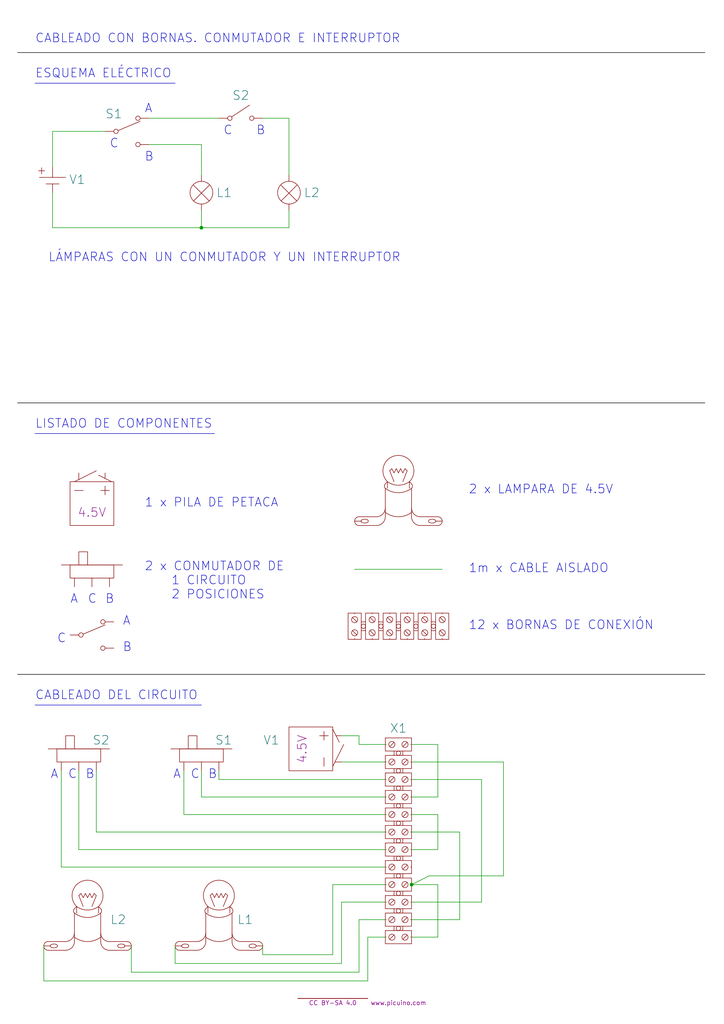
<source format=kicad_sch>
(kicad_sch (version 20211123) (generator eeschema)
  (paper "A4" portrait)
  (title_block (title "CABLEADO CON BORNAS. CONMUTADOR") (date "18/09/2021") (company "www.picuino.com") (comment 1 "Copyright (c) 2021 by Carlos Pardo") (comment 2 "License CC BY-SA 4.0"))
  (lib_symbols
    (symbol "simbolos:CopyRight" (pin_names (offset 1.016))
      (property "License" "CC BY-SA 4.0" (at -1.27 -1.27 0))
      (property "Web" "www.picuino.com" (at 0 -1.27 0))
      (symbol "CopyRight_0_1"
        (polyline (pts (xy -10.16 0) (xy 10.16 0)) (stroke (width 0.2032)))
      )
    )
    (symbol "simbolos:Pila" (pin_names (offset 1.016))
      (property "Reference" "V" (at 5.08 -4.445 0))
      (symbol "Pila_0_1"
        (polyline (pts (xy -4.064 -1.27) (xy -2.286 -1.27)))
        (polyline (pts (xy -3.81 -3.175) (xy 3.81 -3.175)))
        (polyline (pts (xy -3.175 -0.381) (xy -3.175 -2.159)))
        (polyline (pts (xy -1.905 -5.08) (xy 1.905 -5.08)))
      )
      (symbol "Pila_1_1"
        (pin input line (at 0 -7.62 90) (length 2.54) (name "") (number ""))
        (pin input line (at 0 0 270) (length 3.175) (name "") (number ""))
      )
    )
    (symbol "simbolos:borna_12x2" (pin_names (offset 1.016))
      (property "Reference" "X" (at 3.81 3.81 0))
      (symbol "borna_12x2_0_1"
        (rectangle (start 0 -53.975) (end 7.62 -57.785))
        (rectangle (start 0 -48.895) (end 7.62 -52.705))
        (rectangle (start 0 -43.815) (end 7.62 -47.625))
        (rectangle (start 0 -38.735) (end 7.62 -42.545))
        (rectangle (start 0 -33.655) (end 7.62 -37.465))
        (rectangle (start 0 -28.575) (end 7.62 -32.385))
        (rectangle (start 0 -23.495) (end 7.62 -27.305))
        (rectangle (start 0 -18.415) (end 7.62 -22.225))
        (rectangle (start 0 -13.335) (end 7.62 -17.145))
        (rectangle (start 0 -8.255) (end 7.62 -12.065))
        (rectangle (start 0 -3.175) (end 7.62 -6.985))
        (polyline (pts (xy 1.27 -56.515) (xy 2.54 -55.245)))
        (polyline (pts (xy 1.27 -51.435) (xy 2.54 -50.165)))
        (polyline (pts (xy 1.27 -46.355) (xy 2.54 -45.085)))
        (polyline (pts (xy 1.27 -41.275) (xy 2.54 -40.005)))
        (polyline (pts (xy 1.27 -36.195) (xy 2.54 -34.925)))
        (polyline (pts (xy 1.27 -31.115) (xy 2.54 -29.845)))
        (polyline (pts (xy 1.27 -26.035) (xy 2.54 -24.765)))
        (polyline (pts (xy 1.27 -20.955) (xy 2.54 -19.685)))
        (polyline (pts (xy 1.27 -15.875) (xy 2.54 -14.605)))
        (polyline (pts (xy 1.27 -10.795) (xy 2.54 -9.525)))
        (polyline (pts (xy 1.27 -5.715) (xy 2.54 -4.445)))
        (polyline (pts (xy 1.27 -0.635) (xy 2.54 0.635)))
        (polyline (pts (xy 2.54 -53.975) (xy 2.54 -52.705)))
        (polyline (pts (xy 2.54 -48.895) (xy 2.54 -47.625)))
        (polyline (pts (xy 2.54 -43.815) (xy 2.54 -42.545)))
        (polyline (pts (xy 2.54 -38.735) (xy 2.54 -37.465)))
        (polyline (pts (xy 2.54 -33.655) (xy 2.54 -32.385)))
        (polyline (pts (xy 2.54 -28.575) (xy 2.54 -27.305)))
        (polyline (pts (xy 2.54 -23.495) (xy 2.54 -22.225)))
        (polyline (pts (xy 2.54 -18.415) (xy 2.54 -17.145)))
        (polyline (pts (xy 2.54 -13.335) (xy 2.54 -12.065)))
        (polyline (pts (xy 2.54 -8.255) (xy 2.54 -6.985)))
        (polyline (pts (xy 2.54 -3.175) (xy 2.54 -1.905)))
        (polyline (pts (xy 5.08 -56.515) (xy 6.35 -55.245)))
        (polyline (pts (xy 5.08 -53.975) (xy 5.08 -52.705)))
        (polyline (pts (xy 5.08 -51.435) (xy 6.35 -50.165)))
        (polyline (pts (xy 5.08 -48.895) (xy 5.08 -47.625)))
        (polyline (pts (xy 5.08 -46.355) (xy 6.35 -45.085)))
        (polyline (pts (xy 5.08 -43.815) (xy 5.08 -42.545)))
        (polyline (pts (xy 5.08 -41.275) (xy 6.35 -40.005)))
        (polyline (pts (xy 5.08 -38.735) (xy 5.08 -37.465)))
        (polyline (pts (xy 5.08 -36.195) (xy 6.35 -34.925)))
        (polyline (pts (xy 5.08 -33.655) (xy 5.08 -32.385)))
        (polyline (pts (xy 5.08 -31.115) (xy 6.35 -29.845)))
        (polyline (pts (xy 5.08 -28.575) (xy 5.08 -27.305)))
        (polyline (pts (xy 5.08 -26.035) (xy 6.35 -24.765)))
        (polyline (pts (xy 5.08 -23.495) (xy 5.08 -22.225)))
        (polyline (pts (xy 5.08 -20.955) (xy 6.35 -19.685)))
        (polyline (pts (xy 5.08 -18.415) (xy 5.08 -17.145)))
        (polyline (pts (xy 5.08 -15.875) (xy 6.35 -14.605)))
        (polyline (pts (xy 5.08 -13.335) (xy 5.08 -12.065)))
        (polyline (pts (xy 5.08 -10.795) (xy 6.35 -9.525)))
        (polyline (pts (xy 5.08 -8.255) (xy 5.08 -6.985)))
        (polyline (pts (xy 5.08 -5.715) (xy 6.35 -4.445)))
        (polyline (pts (xy 5.08 -3.175) (xy 5.08 -1.905)))
        (polyline (pts (xy 5.08 -0.635) (xy 6.35 0.635)))
        (rectangle (start 0 1.905) (end 7.62 -1.905))
        (circle (center 1.905 -55.88) (radius 0.889))
        (circle (center 1.905 -50.8) (radius 0.889))
        (circle (center 1.905 -45.72) (radius 0.889))
        (circle (center 1.905 -40.64) (radius 0.889))
        (circle (center 1.905 -35.56) (radius 0.889))
        (circle (center 1.905 -30.48) (radius 0.889))
        (circle (center 1.905 -25.4) (radius 0.889))
        (circle (center 1.905 -20.32) (radius 0.889))
        (circle (center 1.905 -15.24) (radius 0.889))
        (circle (center 1.905 -10.16) (radius 0.889))
        (circle (center 1.905 -5.08) (radius 0.889))
        (circle (center 1.905 0) (radius 0.889))
        (circle (center 3.81 -53.34) (radius 0.635))
        (circle (center 3.81 -48.26) (radius 0.635))
        (circle (center 3.81 -43.18) (radius 0.635))
        (circle (center 3.81 -38.1) (radius 0.635))
        (circle (center 3.81 -33.02) (radius 0.635))
        (circle (center 3.81 -27.94) (radius 0.635))
        (circle (center 3.81 -22.86) (radius 0.635))
        (circle (center 3.81 -17.78) (radius 0.635))
        (circle (center 3.81 -12.7) (radius 0.635))
        (circle (center 3.81 -7.62) (radius 0.635))
        (circle (center 3.81 -2.54) (radius 0.635))
        (circle (center 5.715 -55.88) (radius 0.889))
        (circle (center 5.715 -50.8) (radius 0.889))
        (circle (center 5.715 -45.72) (radius 0.889))
        (circle (center 5.715 -40.64) (radius 0.889))
        (circle (center 5.715 -35.56) (radius 0.889))
        (circle (center 5.715 -30.48) (radius 0.889))
        (circle (center 5.715 -25.4) (radius 0.889))
        (circle (center 5.715 -20.32) (radius 0.889))
        (circle (center 5.715 -15.24) (radius 0.889))
        (circle (center 5.715 -10.16) (radius 0.889))
        (circle (center 5.715 -5.08) (radius 0.889))
        (circle (center 5.715 0) (radius 0.889))
      )
      (symbol "borna_12x2_1_1"
        (pin input line (at 0 -55.88 0) (length 0.254) (name "") (number ""))
        (pin input line (at 0 -50.8 0) (length 0.254) (name "") (number ""))
        (pin input line (at 0 -45.72 0) (length 0.254) (name "") (number ""))
        (pin input line (at 0 -40.64 0) (length 0.254) (name "") (number ""))
        (pin input line (at 0 -35.56 0) (length 0.254) (name "") (number ""))
        (pin input line (at 0 -30.48 0) (length 0.254) (name "") (number ""))
        (pin input line (at 0 -25.4 0) (length 0.254) (name "") (number ""))
        (pin input line (at 0 -20.32 0) (length 0.254) (name "") (number ""))
        (pin input line (at 0 -15.24 0) (length 0.254) (name "") (number ""))
        (pin input line (at 0 -10.16 0) (length 0.254) (name "") (number ""))
        (pin input line (at 0 -5.08 0) (length 0.254) (name "") (number ""))
        (pin input line (at 0 0 0) (length 0.254) (name "") (number ""))
        (pin input line (at 7.62 -55.88 180) (length 0.254) (name "") (number ""))
        (pin input line (at 7.62 -50.8 180) (length 0.254) (name "") (number ""))
        (pin input line (at 7.62 -45.72 180) (length 0.254) (name "") (number ""))
        (pin input line (at 7.62 -40.64 180) (length 0.254) (name "") (number ""))
        (pin input line (at 7.62 -35.56 180) (length 0.254) (name "") (number ""))
        (pin input line (at 7.62 -30.48 180) (length 0.254) (name "") (number ""))
        (pin input line (at 7.62 -25.4 180) (length 0.254) (name "") (number ""))
        (pin input line (at 7.62 -20.32 180) (length 0.254) (name "") (number ""))
        (pin input line (at 7.62 -15.24 180) (length 0.254) (name "") (number ""))
        (pin input line (at 7.62 -10.16 180) (length 0.254) (name "") (number ""))
        (pin input line (at 7.62 -5.08 180) (length 0.254) (name "") (number ""))
        (pin input line (at 7.62 0 180) (length 0.254) (name "") (number ""))
      )
    )
    (symbol "simbolos:borna_6x2" (pin_names (offset 1.016))
      (property "Reference" "X" (at 3.81 3.81 0))
      (symbol "borna_6x2_0_1"
        (rectangle (start 0 -23.495) (end 7.62 -27.305))
        (rectangle (start 0 -18.415) (end 7.62 -22.225))
        (rectangle (start 0 -13.335) (end 7.62 -17.145))
        (rectangle (start 0 -8.255) (end 7.62 -12.065))
        (rectangle (start 0 -3.175) (end 7.62 -6.985))
        (polyline (pts (xy 1.27 -26.035) (xy 2.54 -24.765)))
        (polyline (pts (xy 1.27 -20.955) (xy 2.54 -19.685)))
        (polyline (pts (xy 1.27 -15.875) (xy 2.54 -14.605)))
        (polyline (pts (xy 1.27 -10.795) (xy 2.54 -9.525)))
        (polyline (pts (xy 1.27 -5.715) (xy 2.54 -4.445)))
        (polyline (pts (xy 1.27 -0.635) (xy 2.54 0.635)))
        (polyline (pts (xy 2.54 -23.495) (xy 2.54 -22.225)))
        (polyline (pts (xy 2.54 -18.415) (xy 2.54 -17.145)))
        (polyline (pts (xy 2.54 -13.335) (xy 2.54 -12.065)))
        (polyline (pts (xy 2.54 -8.255) (xy 2.54 -6.985)))
        (polyline (pts (xy 2.54 -3.175) (xy 2.54 -1.905)))
        (polyline (pts (xy 5.08 -26.035) (xy 6.35 -24.765)))
        (polyline (pts (xy 5.08 -23.495) (xy 5.08 -22.225)))
        (polyline (pts (xy 5.08 -20.955) (xy 6.35 -19.685)))
        (polyline (pts (xy 5.08 -18.415) (xy 5.08 -17.145)))
        (polyline (pts (xy 5.08 -15.875) (xy 6.35 -14.605)))
        (polyline (pts (xy 5.08 -13.335) (xy 5.08 -12.065)))
        (polyline (pts (xy 5.08 -10.795) (xy 6.35 -9.525)))
        (polyline (pts (xy 5.08 -8.255) (xy 5.08 -6.985)))
        (polyline (pts (xy 5.08 -5.715) (xy 6.35 -4.445)))
        (polyline (pts (xy 5.08 -3.175) (xy 5.08 -1.905)))
        (polyline (pts (xy 5.08 -0.635) (xy 6.35 0.635)))
        (rectangle (start 0 1.905) (end 7.62 -1.905))
        (circle (center 1.905 -25.4) (radius 0.889))
        (circle (center 1.905 -20.32) (radius 0.889))
        (circle (center 1.905 -15.24) (radius 0.889))
        (circle (center 1.905 -10.16) (radius 0.889))
        (circle (center 1.905 -5.08) (radius 0.889))
        (circle (center 1.905 0) (radius 0.889))
        (circle (center 3.81 -22.86) (radius 0.635))
        (circle (center 3.81 -17.78) (radius 0.635))
        (circle (center 3.81 -12.7) (radius 0.635))
        (circle (center 3.81 -7.62) (radius 0.635))
        (circle (center 3.81 -2.54) (radius 0.635))
        (circle (center 5.715 -25.4) (radius 0.889))
        (circle (center 5.715 -20.32) (radius 0.889))
        (circle (center 5.715 -15.24) (radius 0.889))
        (circle (center 5.715 -10.16) (radius 0.889))
        (circle (center 5.715 -5.08) (radius 0.889))
        (circle (center 5.715 0) (radius 0.889))
      )
      (symbol "borna_6x2_1_1"
        (pin input line (at 0 -25.4 0) (length 0.254) (name "") (number ""))
        (pin input line (at 0 -20.32 0) (length 0.254) (name "") (number ""))
        (pin input line (at 0 -15.24 0) (length 0.254) (name "") (number ""))
        (pin input line (at 0 -10.16 0) (length 0.254) (name "") (number ""))
        (pin input line (at 0 -5.08 0) (length 0.254) (name "") (number ""))
        (pin input line (at 0 0 0) (length 0.254) (name "") (number ""))
        (pin input line (at 7.62 -25.4 180) (length 0.254) (name "") (number ""))
        (pin input line (at 7.62 -20.32 180) (length 0.254) (name "") (number ""))
        (pin input line (at 7.62 -15.24 180) (length 0.254) (name "") (number ""))
        (pin input line (at 7.62 -10.16 180) (length 0.254) (name "") (number ""))
        (pin input line (at 7.62 -5.08 180) (length 0.254) (name "") (number ""))
        (pin input line (at 7.62 0 180) (length 0.254) (name "") (number ""))
      )
    )
    (symbol "simbolos:conmutador" (pin_names (offset 1.016))
      (property "Reference" "S" (at 4.445 3.175 0))
      (symbol "conmutador_0_0"
        (circle (center 3.175 0) (radius 0.635))
        (circle (center 9.525 -3.81) (radius 0.635))
        (circle (center 9.525 3.81) (radius 0.635))
      )
      (symbol "conmutador_0_1"
        (polyline (pts (xy 10.16 2.921) (xy 3.81 0.254)))
      )
      (symbol "conmutador_1_1"
        (pin input line (at 0 0 0) (length 2.54) (name "") (number ""))
        (pin input line (at 12.7 -3.81 180) (length 2.54) (name "") (number ""))
        (pin input line (at 12.7 3.81 180) (length 2.54) (name "") (number ""))
      )
    )
    (symbol "simbolos:interruptor" (pin_names (offset 1.016))
      (property "Reference" "S" (at 4.445 3.175 0))
      (symbol "interruptor_0_0"
        (polyline (pts (xy 8.89 3.81) (xy 3.683 0.381)))
        (circle (center 3.175 0) (radius 0.635))
        (circle (center 9.525 0) (radius 0.635))
      )
      (symbol "interruptor_1_1"
        (pin input line (at 0 0 0) (length 2.54) (name "") (number ""))
        (pin input line (at 12.7 0 180) (length 2.54) (name "") (number ""))
      )
    )
    (symbol "simbolos:lampara" (pin_names (offset 1.016))
      (property "Reference" "L" (at 4.445 -5.08 0))
      (symbol "lampara_0_1"
        (circle (center 0 -5.08) (radius 3.302))
        (polyline (pts (xy -2.286 -7.493) (xy 2.286 -2.921)))
        (polyline (pts (xy -2.286 -2.921) (xy 2.286 -7.493)))
      )
      (symbol "lampara_1_1"
        (pin input line (at 0 -10.16 90) (length 1.778) (name "") (number ""))
        (pin input line (at 0 0 270) (length 1.778) (name "") (number ""))
      )
    )
    (symbol "simbolos:lampara_pack" (pin_names (offset 1.016))
      (property "Reference" "L" (at 17.78 6.35 0))
      (symbol "lampara_pack_0_1"
        (polyline (pts (xy 1.27 -1.27) (xy 6.35 -1.27)))
        (polyline (pts (xy 6.35 1.27) (xy 1.27 1.27)))
        (polyline (pts (xy 8.89 1.27) (xy 8.89 9.525)))
        (polyline (pts (xy 8.89 10.795) (xy 9.525 11.43)))
        (polyline (pts (xy 9.525 11.43) (xy 9.525 9.525)))
        (polyline (pts (xy 11.43 11.43) (xy 10.16 14.605)))
        (polyline (pts (xy 13.97 11.43) (xy 15.24 14.605)))
        (polyline (pts (xy 15.875 11.43) (xy 15.875 9.525)))
        (polyline (pts (xy 16.51 1.27) (xy 16.51 9.525)))
        (polyline (pts (xy 16.51 10.795) (xy 15.875 11.43)))
        (polyline (pts (xy 19.05 1.27) (xy 24.13 1.27)))
        (polyline (pts (xy 24.13 -1.27) (xy 19.05 -1.27)))
        (polyline (pts (xy 10.16 14.605) (xy 10.795 15.24) (xy 11.43 13.97) (xy 12.065 15.24) (xy 12.7 13.97) (xy 13.335 15.24) (xy 13.97 13.97) (xy 14.605 15.24) (xy 15.24 14.605)))
        (arc (start 1.27 1.27) (mid 0 0) (end 1.27 -1.27))
        (arc (start 2.159 -0.381) (mid 2.921 -0.5609) (end 3.683 -0.381))
        (arc (start 2.159 0.381) (mid 1.8844 0) (end 2.159 -0.381))
        (arc (start 3.683 -0.381) (mid 3.9576 0) (end 3.683 0.381))
        (arc (start 3.683 0.381) (mid 2.921 0.5609) (end 2.159 0.381))
        (arc (start 6.35 -1.27) (mid 8.1297 -0.5171) (end 8.89 1.27))
        (arc (start 6.35 1.27) (mid 8.1297 2.0229) (end 8.89 3.81))
        (arc (start 8.89 2.54) (mid 12.7 1.27) (end 16.51 2.54))
        (arc (start 8.89 9.525) (mid 12.7 8.255) (end 16.51 9.525))
        (arc (start 8.89 10.795) (mid 8.627 10.16) (end 8.89 9.525))
        (arc (start 9.525 11.43) (mid 12.7 10.4125) (end 15.875 11.43))
        (arc (start 12.7 19.05) (mid 8.5493 16.3021) (end 9.525 11.43))
        (arc (start 15.875 11.43) (mid 16.8357 16.2958) (end 12.7 19.05))
        (arc (start 16.51 1.27) (mid 17.2523 -0.5349) (end 19.05 -1.27))
        (arc (start 16.51 3.81) (mid 17.2523 2.0051) (end 19.05 1.27))
        (arc (start 16.51 9.525) (mid 16.773 10.16) (end 16.51 10.795))
        (arc (start 21.717 -0.381) (mid 22.479 -0.5609) (end 23.241 -0.381))
        (arc (start 21.717 0.381) (mid 21.4424 0) (end 21.717 -0.381))
        (arc (start 23.241 -0.381) (mid 23.5156 0) (end 23.241 0.381))
        (arc (start 23.241 0.381) (mid 22.479 0.5609) (end 21.717 0.381))
        (arc (start 24.13 -1.27) (mid 25.4 0) (end 24.13 1.27))
      )
      (symbol "lampara_pack_1_1"
        (pin input line (at 0 0 0) (length 1.905) (name "") (number ""))
        (pin input line (at 25.4 0 180) (length 1.905) (name "") (number ""))
      )
    )
    (symbol "simbolos:pila_petaca" (pin_names (offset 1.016))
      (property "Reference" "V" (at 11.43 -8.89 0))
      (property "V" "4.5V" (at 3.81 -12.7 0))
      (symbol "pila_petaca_0_1"
        (rectangle (start -2.54 -2.54) (end 10.16 -15.24))
        (polyline (pts (xy -1.27 -5.08) (xy 1.27 -5.08)))
        (polyline (pts (xy -1.27 -2.54) (xy 5.08 0.635)))
        (polyline (pts (xy 7.62 -3.81) (xy 7.62 -6.35)))
        (polyline (pts (xy 8.89 -5.08) (xy 6.35 -5.08)))
        (polyline (pts (xy 9.525 -2.54) (xy 5.715 -0.635)))
      )
      (symbol "pila_petaca_1_1"
        (pin input line (at 0 0 270) (length 1.905) (name "") (number ""))
        (pin input line (at 7.62 0 270) (length 1.524) (name "") (number ""))
      )
    )
    (symbol "simbolos:selector_pack" (pin_names (offset 1.016))
      (property "Reference" "S" (at 11.43 8.89 0))
      (symbol "selector_pack_0_1"
        (rectangle (start -1.27 6.35) (end 11.43 2.54))
        (polyline (pts (xy 13.97 6.35) (xy -3.81 6.35)))
        (polyline (pts (xy 1.27 6.35) (xy 1.27 10.16) (xy 3.81 10.16) (xy 3.81 6.35)))
      )
      (symbol "selector_pack_1_1"
        (pin input line (at 0 0 90) (length 2.54) (name "") (number ""))
        (pin input line (at 5.08 0 90) (length 2.54) (name "") (number ""))
        (pin input line (at 10.16 0 90) (length 2.54) (name "") (number ""))
      )
    )
  )
  (junction (at 58.42 66.04))
  (junction (at 119.38 256.54))
  (wire (pts (xy 111.76 236.22) (xy 53.34 236.22)))
  (wire (pts (xy 119.38 231.14) (xy 127 231.14)))
  (wire (pts (xy 104.14 213.36) (xy 99.06 213.36)))
  (wire (pts (xy 15.24 38.1) (xy 30.48 38.1)))
  (wire (pts (xy 111.76 271.78) (xy 106.68 271.78)))
  (wire (pts (xy 119.38 246.38) (xy 127 246.38)))
  (wire (pts (xy 139.7 261.62) (xy 139.7 226.06)))
  (wire (pts (xy 43.18 41.91) (xy 58.42 41.91)))
  (wire (pts (xy 27.94 241.3) (xy 27.94 223.52)))
  (wire (pts (xy 111.76 251.46) (xy 17.78 251.46)))
  (wire (pts (xy 104.14 215.9) (xy 111.76 215.9)))
  (polyline (pts (xy 5.08 116.84) (xy 204.47 116.84)) (stroke (width 0) (type solid) (color 0 0 0 1)))
  (wire (pts (xy 15.24 66.04) (xy 15.24 55.88)))
  (wire (pts (xy 22.86 246.38) (xy 111.76 246.38)))
  (wire (pts (xy 53.34 236.22) (xy 53.34 223.52)))
  (polyline (pts (xy 5.08 15.24) (xy 204.47 15.24)) (stroke (width 0) (type solid) (color 0 0 0 1)))
  (wire (pts (xy 38.1 281.94) (xy 104.14 281.94)))
  (wire (pts (xy 58.42 41.91) (xy 58.42 50.8)))
  (wire (pts (xy 119.38 261.62) (xy 139.7 261.62)))
  (wire (pts (xy 127 215.9) (xy 119.38 215.9)))
  (wire (pts (xy 119.38 266.7) (xy 133.35 266.7)))
  (wire (pts (xy 96.52 256.54) (xy 96.52 276.86)))
  (wire (pts (xy 15.24 48.26) (xy 15.24 38.1)))
  (wire (pts (xy 22.86 223.52) (xy 22.86 246.38)))
  (wire (pts (xy 99.06 261.62) (xy 111.76 261.62)))
  (polyline (pts (xy 10.16 204.47) (xy 58.42 204.47)) (stroke (width 0) (type solid)))
  (wire (pts (xy 104.14 266.7) (xy 111.76 266.7)))
  (wire (pts (xy 43.18 34.29) (xy 63.5 34.29)))
  (wire (pts (xy 76.2 34.29) (xy 83.82 34.29)))
  (wire (pts (xy 50.8 279.4) (xy 99.06 279.4)))
  (wire (pts (xy 106.68 271.78) (xy 106.68 284.48)))
  (wire (pts (xy 50.8 274.32) (xy 50.8 279.4)))
  (wire (pts (xy 96.52 256.54) (xy 111.76 256.54)))
  (wire (pts (xy 99.06 220.98) (xy 111.76 220.98)))
  (wire (pts (xy 58.42 223.52) (xy 58.42 231.14)))
  (wire (pts (xy 76.2 276.86) (xy 96.52 276.86)))
  (wire (pts (xy 58.42 66.04) (xy 15.24 66.04)))
  (wire (pts (xy 127 256.54) (xy 119.38 256.54)))
  (wire (pts (xy 127 271.78) (xy 127 256.54)))
  (wire (pts (xy 111.76 226.06) (xy 63.5 226.06)))
  (polyline (pts (xy 5.08 195.58) (xy 204.47 195.58)) (stroke (width 0) (type solid) (color 0 0 0 1)))
  (wire (pts (xy 17.78 223.52) (xy 17.78 251.46)))
  (wire (pts (xy 119.38 236.22) (xy 127 236.22)))
  (wire (pts (xy 139.7 226.06) (xy 119.38 226.06)))
  (wire (pts (xy 99.06 261.62) (xy 99.06 279.4)))
  (wire (pts (xy 83.82 66.04) (xy 83.82 60.96)))
  (wire (pts (xy 63.5 226.06) (xy 63.5 223.52)))
  (wire (pts (xy 104.14 266.7) (xy 104.14 281.94)))
  (wire (pts (xy 83.82 34.29) (xy 83.82 50.8)))
  (wire (pts (xy 58.42 231.14) (xy 111.76 231.14)))
  (wire (pts (xy 133.35 241.3) (xy 133.35 266.7)))
  (wire (pts (xy 127 246.38) (xy 127 236.22)))
  (polyline (pts (xy 10.16 24.13) (xy 50.8 24.13)) (stroke (width 0) (type solid)))
  (wire (pts (xy 106.68 284.48) (xy 12.7 284.48)))
  (wire (pts (xy 102.87 165.1) (xy 128.27 165.1)))
  (wire (pts (xy 58.42 60.96) (xy 58.42 66.04)))
  (polyline (pts (xy 10.16 125.73) (xy 62.23 125.73)) (stroke (width 0) (type solid)))
  (wire (pts (xy 76.2 274.32) (xy 76.2 276.86)))
  (wire (pts (xy 124.46 254) (xy 146.05 254)))
  (wire (pts (xy 146.05 220.98) (xy 119.38 220.98)))
  (wire (pts (xy 119.38 241.3) (xy 133.35 241.3)))
  (wire (pts (xy 146.05 254) (xy 146.05 220.98)))
  (wire (pts (xy 58.42 66.04) (xy 83.82 66.04)))
  (wire (pts (xy 119.38 256.54) (xy 124.46 254)))
  (wire (pts (xy 38.1 274.32) (xy 38.1 281.94)))
  (wire (pts (xy 104.14 215.9) (xy 104.14 213.36)))
  (wire (pts (xy 127 231.14) (xy 127 215.9)))
  (wire (pts (xy 111.76 241.3) (xy 27.94 241.3)))
  (wire (pts (xy 12.7 284.48) (xy 12.7 274.32)))
  (wire (pts (xy 119.38 271.78) (xy 127 271.78)))
  (text "1m x CABLE AISLADO" (at 135.89 166.37 0) (effects (font (size 2.54 2.54)) (justify left bottom)))
  (text "A" (at 14.605 226.06 0) (effects (font (size 2.54 2.54)) (justify left bottom)))
  (text "2 x CONMUTADOR DE\n    1 CIRCUITO\n    2 POSICIONES" (at 41.91 173.99 0) (effects (font (size 2.54 2.54)) (justify left bottom)))
  (text "LISTADO DE COMPONENTES" (at 10.16 124.46 0) (effects (font (size 2.54 2.54)) (justify left bottom)))
  (text "ESQUEMA ELÉCTRICO" (at 10.16 22.86 0) (effects (font (size 2.54 2.54)) (justify left bottom)))
  (text "B" (at 74.295 39.37 0) (effects (font (size 2.54 2.54)) (justify left bottom)))
  (text "A" (at 41.91 33.02 0) (effects (font (size 2.54 2.54)) (justify left bottom)))
  (text "C" (at 16.51 186.69 0) (effects (font (size 2.54 2.54)) (justify left bottom)))
  (text "C" (at 19.685 226.06 0) (effects (font (size 2.54 2.54)) (justify left bottom)))
  (text "B" (at 41.91 46.99 0) (effects (font (size 2.54 2.54)) (justify left bottom)))
  (text "LÁMPARAS CON UN CONMUTADOR Y UN INTERRUPTOR" (at 13.97 76.2 0) (effects (font (size 2.54 2.54)) (justify left bottom)))
  (text "B" (at 35.56 189.23 0) (effects (font (size 2.54 2.54)) (justify left bottom)))
  (text "B" (at 24.765 226.06 0) (effects (font (size 2.54 2.54)) (justify left bottom)))
  (text "C" (at 55.245 226.06 0) (effects (font (size 2.54 2.54)) (justify left bottom)))
  (text "B" (at 60.325 226.06 0) (effects (font (size 2.54 2.54)) (justify left bottom)))
  (text "12 x BORNAS DE CONEXIÓN" (at 135.89 182.88 0) (effects (font (size 2.54 2.54)) (justify left bottom)))
  (text "2 x LAMPARA DE 4.5V" (at 135.89 143.51 0) (effects (font (size 2.54 2.54)) (justify left bottom)))
  (text "A" (at 20.32 175.26 0) (effects (font (size 2.54 2.54)) (justify left bottom)))
  (text "C" (at 31.75 43.18 0) (effects (font (size 2.54 2.54)) (justify left bottom)))
  (text "A" (at 35.56 181.61 0) (effects (font (size 2.54 2.54)) (justify left bottom)))
  (text "C" (at 64.77 39.37 0) (effects (font (size 2.54 2.54)) (justify left bottom)))
  (text "1 x PILA DE PETACA" (at 41.91 147.32 0) (effects (font (size 2.54 2.54)) (justify left bottom)))
  (text "B" (at 30.48 175.26 0) (effects (font (size 2.54 2.54)) (justify left bottom)))
  (text "CABLEADO CON BORNAS. CONMUTADOR E INTERRUPTOR" (at 10.16 12.7 0) (effects (font (size 2.54 2.54)) (justify left bottom)))
  (text "C" (at 25.4 175.26 0) (effects (font (size 2.54 2.54)) (justify left bottom)))
  (text "CABLEADO DEL CIRCUITO" (at 10.16 203.2 0) (effects (font (size 2.54 2.54)) (justify left bottom)))
  (text "A" (at 50.165 226.06 0) (effects (font (size 2.54 2.54)) (justify left bottom)))
  (symbol (lib_id "simbolos:CopyRight") (at 96.52 289.56 0) (unit 1)
    (property "Reference" "CP1" (effects hide))
    (property "Value" "CopyRight" (effects hide))
    (property "License" "CC BY-SA 4.0" (at 96.52 290.83 0))
    (property "Web" "www.picuino.com" (at 115.57 290.83 0))
  )
  (symbol (lib_id "simbolos:borna_12x2") (at 111.76 215.9 0) (unit 1)
    (property "Reference" "X1" (at 115.57 211.1756 0) (effects (font (size 2.54 2.54))))
    (property "Value" "borna_12x2" (effects hide))
  )
  (symbol (lib_id "simbolos:pila_petaca") (at 99.06 220.98 270) (mirror x) (unit 1)
    (property "Reference" "V1" (at 76.2 214.63 90) (effects (font (size 2.54 2.54)) (justify left)))
    (property "Value" "pila_petaca" (effects hide))
    (property "V" "4.5V" (at 87.63 217.17 0) (effects (font (size 2.54 2.54))))
  )
  (symbol (lib_id "simbolos:pila_petaca") (at 22.86 137.16 0) (unit 1)
    (property "Reference" "V?" (effects hide))
    (property "Value" "pila_petaca" (effects hide))
    (property "V" "4.5V" (at 26.67 148.59 0) (effects (font (size 2.54 2.54))))
  )
  (symbol (lib_id "simbolos:Pila") (at 15.24 48.26 0) (unit 1)
    (property "Reference" "V1" (at 19.8882 52.07 0) (effects (font (size 2.54 2.54)) (justify left)))
    (property "Value" "Pila" (effects hide))
  )
  (symbol (lib_id "simbolos:lampara") (at 58.42 50.8 0) (unit 1)
    (property "Reference" "L1" (at 62.5602 55.88 0) (effects (font (size 2.54 2.54)) (justify left)))
    (property "Value" "lampara" (effects hide))
  )
  (symbol (lib_id "simbolos:lampara_pack") (at 50.8 274.32 0) (unit 1)
    (property "Reference" "L1" (at 71.12 266.7 0) (effects (font (size 2.54 2.54))))
    (property "Value" "lampara_pack" (effects hide))
  )
  (symbol (lib_id "simbolos:lampara_pack") (at 12.7 274.32 0) (unit 1)
    (property "Reference" "L2" (at 34.29 266.7 0) (effects (font (size 2.54 2.54))))
    (property "Value" "lampara_pack" (effects hide))
  )
  (symbol (lib_id "simbolos:borna_6x2") (at 128.27 177.8 270) (unit 1)
    (property "Reference" "X?" (effects hide))
    (property "Value" "borna_6x2" (effects hide))
  )
  (symbol (lib_id "simbolos:conmutador") (at 20.32 184.15 0) (unit 1)
    (property "Reference" "S?" (effects hide))
    (property "Value" "conmutador" (effects hide))
  )
  (symbol (lib_id "simbolos:selector_pack") (at 53.34 223.52 0) (unit 1)
    (property "Reference" "S1" (at 62.23 214.63 0) (effects (font (size 2.54 2.54)) (justify left)))
    (property "Value" "selector_pack" (effects hide))
  )
  (symbol (lib_id "simbolos:selector_pack") (at 17.78 223.52 0) (unit 1)
    (property "Reference" "S2" (at 26.67 214.63 0) (effects (font (size 2.54 2.54)) (justify left)))
    (property "Value" "selector_pack" (effects hide))
  )
  (symbol (lib_id "simbolos:lampara") (at 83.82 50.8 0) (unit 1)
    (property "Reference" "L2" (at 87.9602 55.88 0) (effects (font (size 2.54 2.54)) (justify left)))
    (property "Value" "lampara" (effects hide))
  )
  (symbol (lib_id "simbolos:conmutador") (at 30.48 38.1 0) (unit 1)
    (property "Reference" "S1" (at 33.02 33.02 0) (effects (font (size 2.54 2.54))))
    (property "Value" "conmutador" (effects hide))
  )
  (symbol (lib_id "simbolos:selector_pack") (at 21.59 170.18 0) (unit 1)
    (property "Reference" "S?" (effects hide))
    (property "Value" "selector_pack" (effects hide))
  )
  (symbol (lib_id "simbolos:lampara_pack") (at 102.87 151.13 0) (unit 1)
    (property "Reference" "L?" (effects hide))
    (property "Value" "lampara_pack" (effects hide))
  )
  (symbol (lib_id "simbolos:interruptor") (at 63.5 34.29 0) (unit 1)
    (property "Reference" "S2" (at 69.85 27.6606 0) (effects (font (size 2.54 2.54))))
    (property "Value" "interruptor" (effects hide))
  )
  (sheet (at 218.44 29.21) (size 66.04 7.62)
    (property "Sheet name" "2" (at 218.44 27.8634 0) (effects (font (size 2.54 2.54)) (justify left bottom)))
    (property "Sheet file" "electric-bornas-conmutador-interruptor-2.kicad_sch" (at 218.44 37.9226 0) (effects (font (size 2.54 2.54)) (justify left top)))
  )
)
</source>
